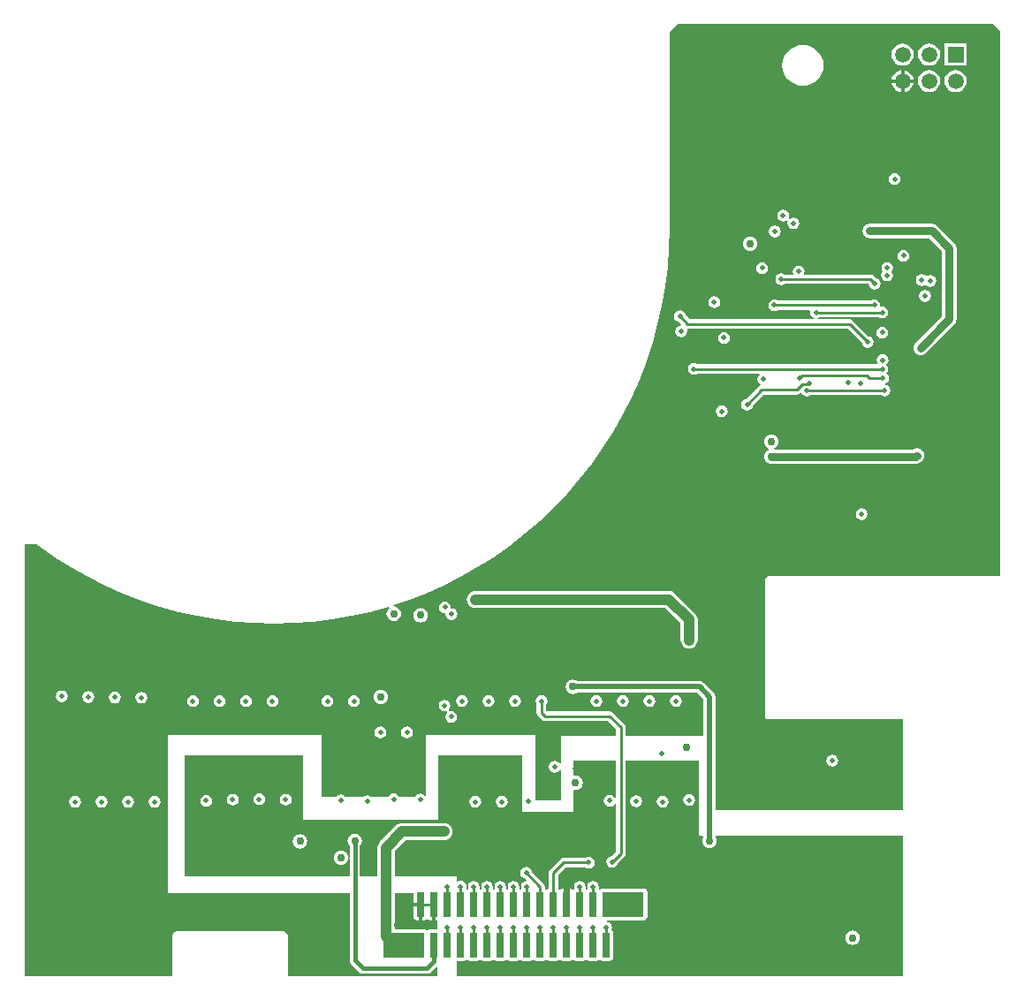
<source format=gbl>
%FSLAX25Y25*%
%MOIN*%
G70*
G01*
G75*
G04 Layer_Physical_Order=4*
G04 Layer_Color=16711680*
%ADD10R,0.07087X0.03937*%
%ADD11O,0.08465X0.02756*%
%ADD12R,0.05100X0.05100*%
%ADD13R,0.02559X0.06496*%
%ADD14R,0.05100X0.05100*%
%ADD15O,0.01102X0.07087*%
%ADD16O,0.07087X0.01102*%
%ADD17R,0.07480X0.09449*%
%ADD18R,0.10799X0.08500*%
%ADD19C,0.01102*%
%ADD20C,0.01000*%
%ADD21C,0.02362*%
%ADD22C,0.01500*%
%ADD23C,0.01200*%
%ADD24C,0.03000*%
%ADD25C,0.02000*%
%ADD26C,0.02500*%
%ADD27C,0.04000*%
%ADD28C,0.04331*%
%ADD29R,0.18600X0.07100*%
%ADD30R,0.10000X0.05300*%
%ADD31R,0.19700X0.10000*%
%ADD32C,0.05906*%
%ADD33R,0.05906X0.05906*%
%ADD34C,0.02000*%
%ADD35C,0.03000*%
G04:AMPARAMS|DCode=36|XSize=94.49mil|YSize=29.13mil|CornerRadius=0.73mil|HoleSize=0mil|Usage=FLASHONLY|Rotation=270.000|XOffset=0mil|YOffset=0mil|HoleType=Round|Shape=RoundedRectangle|*
%AMROUNDEDRECTD36*
21,1,0.09449,0.02768,0,0,270.0*
21,1,0.09303,0.02913,0,0,270.0*
1,1,0.00146,-0.01384,-0.04652*
1,1,0.00146,-0.01384,0.04652*
1,1,0.00146,0.01384,0.04652*
1,1,0.00146,0.01384,-0.04652*
%
%ADD36ROUNDEDRECTD36*%
%ADD37R,0.15700X0.09409*%
G36*
X-57900Y-294432D02*
X-58013Y-295000D01*
X-57900Y-295567D01*
Y-298830D01*
X-38600D01*
Y-290910D01*
X-38224Y-290581D01*
X-37900Y-290623D01*
X-37195Y-290530D01*
X-36538Y-290258D01*
X-35974Y-289826D01*
X-35542Y-289262D01*
X-35269Y-288605D01*
X-35177Y-287900D01*
X-35269Y-287195D01*
X-35542Y-286538D01*
X-35974Y-285974D01*
X-36538Y-285542D01*
X-37195Y-285269D01*
X-37900Y-285177D01*
X-38224Y-285219D01*
X-38600Y-284890D01*
Y-279609D01*
X-22585D01*
Y-293521D01*
X-23064Y-293666D01*
X-23433Y-293114D01*
X-24161Y-292628D01*
X-25019Y-292457D01*
X-25877Y-292628D01*
X-26605Y-293114D01*
X-27091Y-293842D01*
X-27262Y-294700D01*
X-27091Y-295558D01*
X-26605Y-296286D01*
X-25877Y-296772D01*
X-25019Y-296943D01*
X-24161Y-296772D01*
X-23433Y-296286D01*
X-23064Y-295734D01*
X-22585Y-295879D01*
Y-313760D01*
X-24452Y-315627D01*
X-24958Y-315728D01*
X-25686Y-316214D01*
X-26172Y-316942D01*
X-26343Y-317800D01*
X-26172Y-318658D01*
X-25686Y-319386D01*
X-24958Y-319872D01*
X-24100Y-320043D01*
X-23242Y-319872D01*
X-22514Y-319386D01*
X-22028Y-318658D01*
X-21927Y-318152D01*
X-19537Y-315762D01*
X-19150Y-315183D01*
X-19015Y-314500D01*
Y-279609D01*
X8500D01*
Y-307800D01*
Y-308022D01*
X10063D01*
X10284Y-308470D01*
X10280Y-308476D01*
X10007Y-309133D01*
X9915Y-309838D01*
X10007Y-310543D01*
X10280Y-311200D01*
X10712Y-311764D01*
X11276Y-312196D01*
X11933Y-312469D01*
X12638Y-312561D01*
X13343Y-312469D01*
X14000Y-312196D01*
X14564Y-311764D01*
X14997Y-311200D01*
X15269Y-310543D01*
X15361Y-309838D01*
X15269Y-309133D01*
X14997Y-308476D01*
X14881Y-308326D01*
Y-308022D01*
X85458D01*
Y-360726D01*
X-82700D01*
Y-355134D01*
X-79935D01*
X-79439Y-355035D01*
X-79017Y-354754D01*
Y-354754D01*
X-78620D01*
X-78199Y-355035D01*
X-77703Y-355134D01*
X-74935D01*
X-74439Y-355035D01*
X-74018Y-354754D01*
X-73620D01*
X-73199Y-355035D01*
X-72703Y-355134D01*
X-69935D01*
X-69438Y-355035D01*
X-69017Y-354754D01*
X-68621D01*
Y-354754D01*
X-68199Y-355035D01*
X-67703Y-355134D01*
X-64935D01*
X-64438Y-355035D01*
X-64017Y-354754D01*
X-63621D01*
Y-354754D01*
X-63200Y-355035D01*
X-62703Y-355134D01*
X-59935D01*
X-59439Y-355035D01*
X-59017Y-354754D01*
Y-354754D01*
X-58621D01*
X-58200Y-355035D01*
X-57703Y-355134D01*
X-54935D01*
X-54439Y-355035D01*
X-54017Y-354754D01*
Y-354754D01*
X-53620D01*
X-53199Y-355035D01*
X-52703Y-355134D01*
X-49935D01*
X-49439Y-355035D01*
X-49018Y-354754D01*
X-48621D01*
X-48199Y-355035D01*
X-47703Y-355134D01*
X-44935D01*
X-44438Y-355035D01*
X-44017Y-354754D01*
X-43620D01*
Y-354754D01*
X-43200Y-355035D01*
X-42703Y-355134D01*
X-39935D01*
X-39439Y-355035D01*
X-39018Y-354754D01*
X-38620D01*
Y-354754D01*
X-38199Y-355035D01*
X-37703Y-355134D01*
X-34935D01*
X-34438Y-355035D01*
X-34018Y-354754D01*
Y-354754D01*
X-33621D01*
X-33200Y-355035D01*
X-32703Y-355134D01*
X-29935D01*
X-29438Y-355035D01*
X-29017Y-354754D01*
Y-354754D01*
X-28620D01*
X-28199Y-355035D01*
X-27703Y-355134D01*
X-24935D01*
X-24439Y-355035D01*
X-24017Y-354754D01*
X-23736Y-354333D01*
X-23637Y-353836D01*
Y-344533D01*
X-23736Y-344036D01*
X-24017Y-343615D01*
X-24281Y-343439D01*
X-24228Y-343358D01*
X-24057Y-342500D01*
X-24228Y-341642D01*
X-24714Y-340914D01*
X-25442Y-340428D01*
X-26300Y-340257D01*
Y-340133D01*
X-25946Y-339779D01*
X-24935D01*
X-24727Y-339738D01*
X-12038D01*
X-11570Y-339645D01*
X-11173Y-339380D01*
X-10908Y-338983D01*
X-10814Y-338515D01*
Y-329106D01*
X-10908Y-328638D01*
X-11173Y-328240D01*
X-11570Y-327975D01*
X-12038Y-327882D01*
X-13184D01*
X-13238Y-327871D01*
X-13292Y-327882D01*
X-16784D01*
X-16838Y-327871D01*
X-16892Y-327882D01*
X-20384D01*
X-20438Y-327871D01*
X-20492Y-327882D01*
X-24928D01*
X-24935Y-327881D01*
X-27703D01*
X-27710Y-327882D01*
X-27738D01*
X-28206Y-327975D01*
X-28603Y-328240D01*
X-28614Y-328256D01*
X-28620Y-328261D01*
X-28885D01*
X-29202Y-327874D01*
X-29057Y-327146D01*
X-29228Y-326287D01*
X-29714Y-325559D01*
X-30442Y-325073D01*
X-31300Y-324903D01*
X-32158Y-325073D01*
X-32886Y-325559D01*
X-33372Y-326287D01*
X-33543Y-327146D01*
X-33398Y-327874D01*
X-33715Y-328261D01*
X-33885D01*
X-34202Y-327874D01*
X-34057Y-327146D01*
X-34228Y-326287D01*
X-34714Y-325560D01*
X-35442Y-325073D01*
X-36300Y-324903D01*
X-37158Y-325073D01*
X-37886Y-325560D01*
X-38372Y-326287D01*
X-38543Y-327146D01*
X-38398Y-327874D01*
X-38715Y-328261D01*
X-39018D01*
Y-328261D01*
X-39439Y-327980D01*
X-39935Y-327881D01*
X-40630D01*
Y-333831D01*
X-42008D01*
Y-327881D01*
X-42703D01*
X-43200Y-327980D01*
X-43620Y-328261D01*
Y-328261D01*
X-44017D01*
X-44438Y-327980D01*
X-44534Y-327961D01*
Y-324600D01*
Y-322759D01*
X-41560Y-319785D01*
X-34188D01*
X-33758Y-320072D01*
X-32900Y-320243D01*
X-32042Y-320072D01*
X-31314Y-319586D01*
X-30828Y-318858D01*
X-30657Y-318000D01*
X-30828Y-317142D01*
X-31314Y-316414D01*
X-32042Y-315928D01*
X-32900Y-315757D01*
X-33758Y-315928D01*
X-34188Y-316214D01*
X-42300D01*
X-42983Y-316350D01*
X-43562Y-316738D01*
X-47581Y-320756D01*
X-47969Y-321336D01*
X-48105Y-322019D01*
Y-324019D01*
Y-324600D01*
Y-327961D01*
X-48199Y-327980D01*
X-48621Y-328261D01*
X-49018D01*
X-49439Y-327980D01*
X-49534Y-327961D01*
Y-327081D01*
X-49669Y-326398D01*
X-50056Y-325818D01*
X-54327Y-321548D01*
X-54428Y-321042D01*
X-54914Y-320314D01*
X-55642Y-319828D01*
X-56500Y-319657D01*
X-57358Y-319828D01*
X-58086Y-320314D01*
X-58572Y-321042D01*
X-58743Y-321900D01*
X-58572Y-322758D01*
X-58086Y-323486D01*
X-57358Y-323972D01*
X-56852Y-324073D01*
X-56444Y-324482D01*
X-56589Y-324960D01*
X-57158Y-325073D01*
X-57886Y-325559D01*
X-58372Y-326287D01*
X-58543Y-327146D01*
X-58398Y-327874D01*
X-58715Y-328261D01*
X-58885D01*
X-59202Y-327874D01*
X-59057Y-327146D01*
X-59228Y-326287D01*
X-59714Y-325559D01*
X-60442Y-325073D01*
X-61300Y-324903D01*
X-62158Y-325073D01*
X-62886Y-325559D01*
X-63372Y-326287D01*
X-63543Y-327146D01*
X-63398Y-327874D01*
X-63715Y-328261D01*
X-63885D01*
X-64202Y-327874D01*
X-64057Y-327146D01*
X-64228Y-326287D01*
X-64714Y-325559D01*
X-65442Y-325073D01*
X-66300Y-324903D01*
X-67158Y-325073D01*
X-67886Y-325559D01*
X-68372Y-326287D01*
X-68543Y-327146D01*
X-68398Y-327874D01*
X-68715Y-328261D01*
X-68885D01*
X-69202Y-327874D01*
X-69057Y-327146D01*
X-69228Y-326287D01*
X-69714Y-325560D01*
X-70442Y-325073D01*
X-71300Y-324903D01*
X-72158Y-325073D01*
X-72886Y-325560D01*
X-73372Y-326287D01*
X-73543Y-327146D01*
X-73398Y-327874D01*
X-73715Y-328261D01*
X-73885D01*
X-74202Y-327874D01*
X-74057Y-327146D01*
X-74228Y-326287D01*
X-74714Y-325560D01*
X-75442Y-325073D01*
X-76300Y-324903D01*
X-77158Y-325073D01*
X-77886Y-325560D01*
X-78372Y-326287D01*
X-78543Y-327146D01*
X-78398Y-327874D01*
X-78715Y-328261D01*
X-78872D01*
X-79189Y-327874D01*
X-79038Y-327116D01*
X-79209Y-326257D01*
X-79695Y-325529D01*
X-80423Y-325043D01*
X-81281Y-324872D01*
X-82139Y-325043D01*
X-82259Y-325123D01*
X-82700Y-324887D01*
Y-323185D01*
Y-323116D01*
X-106172D01*
Y-313737D01*
X-101963Y-309528D01*
X-87500D01*
X-86665Y-309418D01*
X-85886Y-309095D01*
X-85218Y-308582D01*
X-84705Y-307914D01*
X-84382Y-307135D01*
X-84272Y-306300D01*
X-84382Y-305465D01*
X-84705Y-304686D01*
X-85218Y-304018D01*
X-85886Y-303505D01*
X-86665Y-303182D01*
X-87500Y-303072D01*
X-103300D01*
X-104135Y-303182D01*
X-104914Y-303505D01*
X-105582Y-304018D01*
X-111682Y-310118D01*
X-112195Y-310786D01*
X-112518Y-311565D01*
X-112628Y-312400D01*
Y-323116D01*
X-119212D01*
Y-311644D01*
X-118842Y-311162D01*
X-118570Y-310505D01*
X-118477Y-309800D01*
X-118570Y-309095D01*
X-118842Y-308438D01*
X-119274Y-307874D01*
X-119838Y-307442D01*
X-120495Y-307170D01*
X-121200Y-307077D01*
X-121905Y-307170D01*
X-122562Y-307442D01*
X-123126Y-307874D01*
X-123558Y-308438D01*
X-123830Y-309095D01*
X-123923Y-309800D01*
X-123830Y-310505D01*
X-123558Y-311162D01*
X-123188Y-311644D01*
Y-316188D01*
X-123687Y-316221D01*
X-123769Y-315595D01*
X-124042Y-314938D01*
X-124474Y-314374D01*
X-125038Y-313942D01*
X-125695Y-313669D01*
X-126400Y-313577D01*
X-127105Y-313669D01*
X-127762Y-313942D01*
X-128326Y-314374D01*
X-128758Y-314938D01*
X-129031Y-315595D01*
X-129123Y-316300D01*
X-129031Y-317005D01*
X-128758Y-317662D01*
X-128326Y-318226D01*
X-127762Y-318658D01*
X-127105Y-318931D01*
X-126400Y-319023D01*
X-125695Y-318931D01*
X-125038Y-318658D01*
X-124474Y-318226D01*
X-124042Y-317662D01*
X-123769Y-317005D01*
X-123687Y-316379D01*
X-123188Y-316412D01*
Y-323116D01*
X-185300D01*
Y-277500D01*
X-140600D01*
Y-286379D01*
Y-301806D01*
X-89600D01*
Y-282938D01*
Y-277500D01*
X-57900D01*
Y-294432D01*
D02*
G37*
G36*
X122203Y-4215D02*
Y-210022D01*
X35000D01*
X34434Y-210134D01*
X33955Y-210455D01*
X33634Y-210934D01*
X33522Y-211500D01*
Y-262500D01*
X33634Y-263066D01*
X33955Y-263545D01*
X34434Y-263866D01*
X35000Y-263978D01*
X85458D01*
Y-298338D01*
X14881D01*
Y-255538D01*
X14881Y-255538D01*
X14881Y-255538D01*
Y-255538D01*
X14881D01*
X14881Y-255538D01*
X14710Y-254680D01*
X14224Y-253952D01*
X10386Y-250114D01*
X9658Y-249628D01*
X8800Y-249457D01*
X-37388D01*
X-37538Y-249342D01*
X-38195Y-249069D01*
X-38900Y-248977D01*
X-39605Y-249069D01*
X-40262Y-249342D01*
X-40826Y-249774D01*
X-41258Y-250338D01*
X-41530Y-250995D01*
X-41623Y-251700D01*
X-41530Y-252405D01*
X-41258Y-253062D01*
X-40826Y-253626D01*
X-40262Y-254058D01*
X-39605Y-254330D01*
X-38900Y-254423D01*
X-38195Y-254330D01*
X-37538Y-254058D01*
X-37388Y-253943D01*
X7871D01*
X10395Y-256467D01*
Y-270338D01*
X-19015D01*
Y-267031D01*
X-19150Y-266348D01*
X-19537Y-265769D01*
X-23756Y-261549D01*
X-24336Y-261162D01*
X-25019Y-261027D01*
X-48648D01*
X-48984Y-260691D01*
Y-258416D01*
X-48697Y-257987D01*
X-48527Y-257129D01*
X-48697Y-256270D01*
X-49184Y-255542D01*
X-49911Y-255056D01*
X-50770Y-254886D01*
X-51628Y-255056D01*
X-52356Y-255542D01*
X-52842Y-256270D01*
X-53013Y-257129D01*
X-52842Y-257987D01*
X-52555Y-258416D01*
Y-261430D01*
X-52555Y-261430D01*
X-52555D01*
X-52419Y-262113D01*
X-52032Y-262693D01*
X-50651Y-264074D01*
X-50071Y-264462D01*
X-49388Y-264598D01*
X-25759D01*
X-22585Y-267771D01*
Y-270338D01*
X-43462D01*
Y-280533D01*
X-43940Y-280678D01*
X-44184Y-280314D01*
X-44911Y-279828D01*
X-45770Y-279657D01*
X-46628Y-279828D01*
X-47356Y-280314D01*
X-47842Y-281042D01*
X-48013Y-281900D01*
X-47842Y-282758D01*
X-47356Y-283486D01*
X-46628Y-283972D01*
X-45770Y-284143D01*
X-44911Y-283972D01*
X-44184Y-283486D01*
X-43940Y-283122D01*
X-43462Y-283267D01*
Y-285438D01*
Y-294438D01*
X-53162D01*
Y-284438D01*
Y-269938D01*
X-94362D01*
Y-285438D01*
Y-292609D01*
X-94841Y-292755D01*
X-94934Y-292614D01*
X-95662Y-292128D01*
X-96521Y-291957D01*
X-97379Y-292128D01*
X-98107Y-292614D01*
X-98457Y-293138D01*
X-104517D01*
X-104934Y-292514D01*
X-105662Y-292028D01*
X-106521Y-291857D01*
X-107379Y-292028D01*
X-108107Y-292514D01*
X-108524Y-293138D01*
X-115048D01*
X-115662Y-292728D01*
X-116521Y-292557D01*
X-117379Y-292728D01*
X-117993Y-293138D01*
X-124785D01*
X-124934Y-292914D01*
X-125662Y-292428D01*
X-126521Y-292257D01*
X-127379Y-292428D01*
X-128107Y-292914D01*
X-128256Y-293138D01*
X-133562D01*
Y-288238D01*
Y-269938D01*
X-191862D01*
Y-322138D01*
Y-329538D01*
X-123188D01*
Y-354900D01*
X-123037Y-355661D01*
X-122606Y-356306D01*
X-119606Y-359306D01*
X-119606Y-359306D01*
X-119606D01*
X-119606Y-359306D01*
X-119606D01*
X-119606Y-359306D01*
Y-359306D01*
Y-359306D01*
D01*
D01*
X-119606D01*
Y-359306D01*
X-118961Y-359737D01*
X-118200Y-359888D01*
X-93900D01*
X-93139Y-359737D01*
X-92494Y-359306D01*
X-90624Y-357436D01*
X-90162Y-357627D01*
Y-360726D01*
X-146522D01*
Y-345500D01*
X-146634Y-344934D01*
X-146955Y-344455D01*
X-147434Y-344134D01*
X-148000Y-344022D01*
X-188500D01*
X-189066Y-344134D01*
X-189545Y-344455D01*
X-189866Y-344934D01*
X-189978Y-345500D01*
Y-360726D01*
X-245841D01*
Y-197978D01*
X-241113D01*
X-240413Y-198525D01*
X-234429Y-202740D01*
X-228244Y-206656D01*
X-221876Y-210264D01*
X-215337Y-213555D01*
X-208646Y-216521D01*
X-201816Y-219155D01*
X-194866Y-221451D01*
X-187811Y-223404D01*
X-180669Y-225008D01*
X-173457Y-226259D01*
X-166192Y-227155D01*
X-158893Y-227693D01*
X-151575Y-227873D01*
X-144257Y-227693D01*
X-136957Y-227155D01*
X-129693Y-226259D01*
X-122480Y-225008D01*
X-115339Y-223404D01*
X-108293Y-221454D01*
X-108264Y-221513D01*
X-108122Y-221941D01*
X-108426Y-222174D01*
X-108858Y-222738D01*
X-109131Y-223395D01*
X-109223Y-224100D01*
X-109131Y-224805D01*
X-108858Y-225462D01*
X-108426Y-226026D01*
X-107862Y-226458D01*
X-107205Y-226730D01*
X-106500Y-226823D01*
X-105795Y-226730D01*
X-105138Y-226458D01*
X-104574Y-226026D01*
X-104142Y-225462D01*
X-103869Y-224805D01*
X-103777Y-224100D01*
X-103869Y-223395D01*
X-104142Y-222738D01*
X-104574Y-222174D01*
X-105138Y-221742D01*
X-105795Y-221469D01*
X-106500Y-221377D01*
X-106565Y-220883D01*
X-101334Y-219155D01*
X-94504Y-216521D01*
X-87812Y-213555D01*
X-81274Y-210264D01*
X-74905Y-206656D01*
X-68721Y-202740D01*
X-62737Y-198525D01*
X-56966Y-194021D01*
X-51423Y-189240D01*
X-46122Y-184193D01*
X-41075Y-178892D01*
X-36294Y-173349D01*
X-31790Y-167578D01*
X-27575Y-161594D01*
X-23659Y-155410D01*
X-20052Y-149041D01*
X-16760Y-142503D01*
X-13794Y-135811D01*
X-11160Y-128981D01*
X-8864Y-122031D01*
X-6911Y-114977D01*
X-5308Y-107835D01*
X-4056Y-100622D01*
X-3160Y-93358D01*
X-2622Y-86058D01*
X-2442Y-78740D01*
X-2459D01*
X-2459Y-78740D01*
Y-4549D01*
X612Y-1478D01*
X119466D01*
X122203Y-4215D01*
D02*
G37*
G36*
X-99001Y-333141D02*
X-96318D01*
Y-333829D01*
X-95630D01*
Y-339779D01*
X-94935D01*
X-94438Y-339681D01*
X-94017Y-339399D01*
Y-339399D01*
X-93621D01*
X-93199Y-339681D01*
X-92703Y-339779D01*
X-92008D01*
Y-333829D01*
X-90630D01*
Y-339779D01*
X-90162D01*
Y-343235D01*
X-92703D01*
X-93199Y-343334D01*
X-93621Y-343615D01*
X-94017D01*
X-94438Y-343334D01*
X-94935Y-343235D01*
X-97703D01*
X-97911Y-343277D01*
X-106172D01*
Y-329538D01*
X-99001D01*
Y-333141D01*
D02*
G37*
%LPC*%
G36*
X-152271Y-254886D02*
X-153130Y-255056D01*
X-153857Y-255542D01*
X-154344Y-256270D01*
X-154514Y-257129D01*
X-154344Y-257987D01*
X-153857Y-258715D01*
X-153130Y-259201D01*
X-152271Y-259372D01*
X-151413Y-259201D01*
X-150685Y-258715D01*
X-150199Y-257987D01*
X-150028Y-257129D01*
X-150199Y-256270D01*
X-150685Y-255542D01*
X-151413Y-255056D01*
X-152271Y-254886D01*
D02*
G37*
G36*
X-121521D02*
X-122379Y-255056D01*
X-123107Y-255542D01*
X-123593Y-256270D01*
X-123764Y-257129D01*
X-123593Y-257987D01*
X-123107Y-258715D01*
X-122379Y-259201D01*
X-121521Y-259372D01*
X-120662Y-259201D01*
X-119934Y-258715D01*
X-119448Y-257987D01*
X-119278Y-257129D01*
X-119448Y-256270D01*
X-119934Y-255542D01*
X-120662Y-255056D01*
X-121521Y-254886D01*
D02*
G37*
G36*
X-131521D02*
X-132379Y-255056D01*
X-133107Y-255542D01*
X-133593Y-256270D01*
X-133764Y-257129D01*
X-133593Y-257987D01*
X-133107Y-258715D01*
X-132379Y-259201D01*
X-131521Y-259372D01*
X-130662Y-259201D01*
X-129934Y-258715D01*
X-129448Y-257987D01*
X-129278Y-257129D01*
X-129448Y-256270D01*
X-129934Y-255542D01*
X-130662Y-255056D01*
X-131521Y-254886D01*
D02*
G37*
G36*
X-162271D02*
X-163130Y-255056D01*
X-163857Y-255542D01*
X-164344Y-256270D01*
X-164514Y-257129D01*
X-164344Y-257987D01*
X-163857Y-258715D01*
X-163130Y-259201D01*
X-162271Y-259372D01*
X-161413Y-259201D01*
X-160685Y-258715D01*
X-160199Y-257987D01*
X-160028Y-257129D01*
X-160199Y-256270D01*
X-160685Y-255542D01*
X-161413Y-255056D01*
X-162271Y-254886D01*
D02*
G37*
G36*
X-87300Y-256557D02*
X-88158Y-256728D01*
X-88886Y-257214D01*
X-89372Y-257942D01*
X-89543Y-258800D01*
X-89372Y-259658D01*
X-88886Y-260386D01*
X-88158Y-260872D01*
X-87300Y-261043D01*
X-86465Y-260877D01*
X-86274Y-261339D01*
X-86386Y-261414D01*
X-86872Y-262142D01*
X-87043Y-263000D01*
X-86872Y-263858D01*
X-86386Y-264586D01*
X-85658Y-265072D01*
X-84800Y-265243D01*
X-83942Y-265072D01*
X-83214Y-264586D01*
X-82728Y-263858D01*
X-82557Y-263000D01*
X-82728Y-262142D01*
X-83214Y-261414D01*
X-83942Y-260928D01*
X-84800Y-260757D01*
X-85635Y-260923D01*
X-85826Y-260461D01*
X-85714Y-260386D01*
X-85228Y-259658D01*
X-85057Y-258800D01*
X-85228Y-257942D01*
X-85714Y-257214D01*
X-86442Y-256728D01*
X-87300Y-256557D01*
D02*
G37*
G36*
X-101521Y-266666D02*
X-102379Y-266837D01*
X-103107Y-267323D01*
X-103593Y-268051D01*
X-103764Y-268909D01*
X-103593Y-269768D01*
X-103107Y-270496D01*
X-102379Y-270982D01*
X-101521Y-271152D01*
X-100662Y-270982D01*
X-99935Y-270496D01*
X-99448Y-269768D01*
X-99278Y-268909D01*
X-99448Y-268051D01*
X-99935Y-267323D01*
X-100662Y-266837D01*
X-101521Y-266666D01*
D02*
G37*
G36*
X-172271Y-254886D02*
X-173130Y-255056D01*
X-173857Y-255542D01*
X-174344Y-256270D01*
X-174514Y-257129D01*
X-174344Y-257987D01*
X-173857Y-258715D01*
X-173130Y-259201D01*
X-172271Y-259372D01*
X-171413Y-259201D01*
X-170685Y-258715D01*
X-170199Y-257987D01*
X-170028Y-257129D01*
X-170199Y-256270D01*
X-170685Y-255542D01*
X-171413Y-255056D01*
X-172271Y-254886D01*
D02*
G37*
G36*
X-182271D02*
X-183130Y-255056D01*
X-183857Y-255542D01*
X-184344Y-256270D01*
X-184514Y-257129D01*
X-184344Y-257987D01*
X-183857Y-258715D01*
X-183130Y-259201D01*
X-182271Y-259372D01*
X-181413Y-259201D01*
X-180685Y-258715D01*
X-180199Y-257987D01*
X-180028Y-257129D01*
X-180199Y-256270D01*
X-180685Y-255542D01*
X-181413Y-255056D01*
X-182271Y-254886D01*
D02*
G37*
G36*
X-10019D02*
X-10877Y-255056D01*
X-11605Y-255542D01*
X-12091Y-256270D01*
X-12262Y-257129D01*
X-12091Y-257987D01*
X-11605Y-258715D01*
X-10877Y-259201D01*
X-10019Y-259372D01*
X-9161Y-259201D01*
X-8433Y-258715D01*
X-7947Y-257987D01*
X-7776Y-257129D01*
X-7947Y-256270D01*
X-8433Y-255542D01*
X-9161Y-255056D01*
X-10019Y-254886D01*
D02*
G37*
G36*
X-20019D02*
X-20877Y-255056D01*
X-21605Y-255542D01*
X-22091Y-256270D01*
X-22262Y-257129D01*
X-22091Y-257987D01*
X-21605Y-258715D01*
X-20877Y-259201D01*
X-20019Y-259372D01*
X-19161Y-259201D01*
X-18433Y-258715D01*
X-17947Y-257987D01*
X-17776Y-257129D01*
X-17947Y-256270D01*
X-18433Y-255542D01*
X-19161Y-255056D01*
X-20019Y-254886D01*
D02*
G37*
G36*
X-111400Y-252877D02*
X-112105Y-252970D01*
X-112762Y-253242D01*
X-113326Y-253674D01*
X-113758Y-254238D01*
X-114031Y-254895D01*
X-114123Y-255600D01*
X-114031Y-256305D01*
X-113758Y-256962D01*
X-113326Y-257526D01*
X-112762Y-257958D01*
X-112105Y-258230D01*
X-111400Y-258323D01*
X-110695Y-258230D01*
X-110038Y-257958D01*
X-109474Y-257526D01*
X-109042Y-256962D01*
X-108770Y-256305D01*
X-108677Y-255600D01*
X-108770Y-254895D01*
X-109042Y-254238D01*
X-109474Y-253674D01*
X-110038Y-253242D01*
X-110695Y-252970D01*
X-111400Y-252877D01*
D02*
G37*
G36*
X-19Y-254886D02*
X-877Y-255056D01*
X-1605Y-255542D01*
X-2091Y-256270D01*
X-2262Y-257129D01*
X-2091Y-257987D01*
X-1605Y-258715D01*
X-877Y-259201D01*
X-19Y-259372D01*
X839Y-259201D01*
X1567Y-258715D01*
X2053Y-257987D01*
X2224Y-257129D01*
X2053Y-256270D01*
X1567Y-255542D01*
X839Y-255056D01*
X-19Y-254886D01*
D02*
G37*
G36*
X-70770D02*
X-71628Y-255056D01*
X-72356Y-255542D01*
X-72842Y-256270D01*
X-73013Y-257129D01*
X-72842Y-257987D01*
X-72356Y-258715D01*
X-71628Y-259201D01*
X-70770Y-259372D01*
X-69911Y-259201D01*
X-69184Y-258715D01*
X-68697Y-257987D01*
X-68527Y-257129D01*
X-68697Y-256270D01*
X-69184Y-255542D01*
X-69911Y-255056D01*
X-70770Y-254886D01*
D02*
G37*
G36*
X-80770D02*
X-81628Y-255056D01*
X-82356Y-255542D01*
X-82842Y-256270D01*
X-83013Y-257129D01*
X-82842Y-257987D01*
X-82356Y-258715D01*
X-81628Y-259201D01*
X-80770Y-259372D01*
X-79911Y-259201D01*
X-79184Y-258715D01*
X-78697Y-257987D01*
X-78527Y-257129D01*
X-78697Y-256270D01*
X-79184Y-255542D01*
X-79911Y-255056D01*
X-80770Y-254886D01*
D02*
G37*
G36*
X-30019D02*
X-30877Y-255056D01*
X-31605Y-255542D01*
X-32091Y-256270D01*
X-32262Y-257129D01*
X-32091Y-257987D01*
X-31605Y-258715D01*
X-30877Y-259201D01*
X-30019Y-259372D01*
X-29161Y-259201D01*
X-28433Y-258715D01*
X-27947Y-257987D01*
X-27776Y-257129D01*
X-27947Y-256270D01*
X-28433Y-255542D01*
X-29161Y-255056D01*
X-30019Y-254886D01*
D02*
G37*
G36*
X-60770D02*
X-61628Y-255056D01*
X-62356Y-255542D01*
X-62842Y-256270D01*
X-63013Y-257129D01*
X-62842Y-257987D01*
X-62356Y-258715D01*
X-61628Y-259201D01*
X-60770Y-259372D01*
X-59911Y-259201D01*
X-59184Y-258715D01*
X-58697Y-257987D01*
X-58527Y-257129D01*
X-58697Y-256270D01*
X-59184Y-255542D01*
X-59911Y-255056D01*
X-60770Y-254886D01*
D02*
G37*
G36*
X-111521Y-266666D02*
X-112379Y-266837D01*
X-113107Y-267323D01*
X-113593Y-268051D01*
X-113764Y-268909D01*
X-113593Y-269768D01*
X-113107Y-270496D01*
X-112379Y-270982D01*
X-111521Y-271152D01*
X-110662Y-270982D01*
X-109934Y-270496D01*
X-109448Y-269768D01*
X-109277Y-268909D01*
X-109448Y-268051D01*
X-109934Y-267323D01*
X-110662Y-266837D01*
X-111521Y-266666D01*
D02*
G37*
G36*
X-5019Y-292857D02*
X-5877Y-293028D01*
X-6605Y-293514D01*
X-7091Y-294242D01*
X-7262Y-295100D01*
X-7091Y-295958D01*
X-6605Y-296686D01*
X-5877Y-297172D01*
X-5019Y-297343D01*
X-4161Y-297172D01*
X-3433Y-296686D01*
X-2947Y-295958D01*
X-2776Y-295100D01*
X-2947Y-294242D01*
X-3433Y-293514D01*
X-4161Y-293028D01*
X-5019Y-292857D01*
D02*
G37*
G36*
X-65770D02*
X-66628Y-293028D01*
X-67356Y-293514D01*
X-67842Y-294242D01*
X-68013Y-295100D01*
X-67842Y-295958D01*
X-67356Y-296686D01*
X-66628Y-297172D01*
X-65770Y-297343D01*
X-64911Y-297172D01*
X-64184Y-296686D01*
X-63697Y-295958D01*
X-63527Y-295100D01*
X-63697Y-294242D01*
X-64184Y-293514D01*
X-64911Y-293028D01*
X-65770Y-292857D01*
D02*
G37*
G36*
X-216719Y-292838D02*
X-217577Y-293009D01*
X-218305Y-293495D01*
X-218791Y-294223D01*
X-218962Y-295081D01*
X-218791Y-295939D01*
X-218305Y-296667D01*
X-217577Y-297153D01*
X-216719Y-297324D01*
X-215861Y-297153D01*
X-215133Y-296667D01*
X-214647Y-295939D01*
X-214476Y-295081D01*
X-214647Y-294223D01*
X-215133Y-293495D01*
X-215861Y-293009D01*
X-216719Y-292838D01*
D02*
G37*
G36*
X-226719D02*
X-227577Y-293009D01*
X-228305Y-293495D01*
X-228791Y-294223D01*
X-228962Y-295081D01*
X-228791Y-295939D01*
X-228305Y-296667D01*
X-227577Y-297153D01*
X-226719Y-297324D01*
X-225861Y-297153D01*
X-225133Y-296667D01*
X-224647Y-295939D01*
X-224476Y-295081D01*
X-224647Y-294223D01*
X-225133Y-293495D01*
X-225861Y-293009D01*
X-226719Y-292838D01*
D02*
G37*
G36*
X-97008Y-334519D02*
X-99001D01*
Y-338482D01*
X-98902Y-338978D01*
X-98620Y-339399D01*
X-98199Y-339681D01*
X-97703Y-339779D01*
X-97008D01*
Y-334519D01*
D02*
G37*
G36*
X66607Y-343670D02*
X65902Y-343762D01*
X65245Y-344035D01*
X64681Y-344467D01*
X64249Y-345031D01*
X63977Y-345688D01*
X63884Y-346393D01*
X63977Y-347098D01*
X64249Y-347755D01*
X64681Y-348319D01*
X65245Y-348751D01*
X65902Y-349023D01*
X66607Y-349116D01*
X67312Y-349023D01*
X67969Y-348751D01*
X68533Y-348319D01*
X68966Y-347755D01*
X69238Y-347098D01*
X69330Y-346393D01*
X69238Y-345688D01*
X68966Y-345031D01*
X68533Y-344467D01*
X67969Y-344035D01*
X67312Y-343762D01*
X66607Y-343670D01*
D02*
G37*
G36*
X-75770Y-292857D02*
X-76628Y-293028D01*
X-77356Y-293514D01*
X-77842Y-294242D01*
X-78013Y-295100D01*
X-77842Y-295958D01*
X-77356Y-296686D01*
X-76628Y-297172D01*
X-75770Y-297343D01*
X-74911Y-297172D01*
X-74184Y-296686D01*
X-73697Y-295958D01*
X-73527Y-295100D01*
X-73697Y-294242D01*
X-74184Y-293514D01*
X-74911Y-293028D01*
X-75770Y-292857D01*
D02*
G37*
G36*
X-141862Y-307315D02*
X-142567Y-307407D01*
X-143224Y-307680D01*
X-143788Y-308112D01*
X-144220Y-308676D01*
X-144492Y-309333D01*
X-144585Y-310038D01*
X-144492Y-310743D01*
X-144220Y-311400D01*
X-143788Y-311964D01*
X-143224Y-312397D01*
X-142567Y-312668D01*
X-141862Y-312761D01*
X-141157Y-312668D01*
X-140500Y-312397D01*
X-139936Y-311964D01*
X-139504Y-311400D01*
X-139232Y-310743D01*
X-139139Y-310038D01*
X-139232Y-309333D01*
X-139504Y-308676D01*
X-139936Y-308112D01*
X-140500Y-307680D01*
X-141157Y-307407D01*
X-141862Y-307315D01*
D02*
G37*
G36*
X-206719Y-292838D02*
X-207577Y-293009D01*
X-208305Y-293495D01*
X-208791Y-294223D01*
X-208962Y-295081D01*
X-208791Y-295939D01*
X-208305Y-296667D01*
X-207577Y-297153D01*
X-206719Y-297324D01*
X-205861Y-297153D01*
X-205133Y-296667D01*
X-204647Y-295939D01*
X-204476Y-295081D01*
X-204647Y-294223D01*
X-205133Y-293495D01*
X-205861Y-293009D01*
X-206719Y-292838D01*
D02*
G37*
G36*
X-147271Y-292057D02*
X-148130Y-292228D01*
X-148857Y-292714D01*
X-149344Y-293442D01*
X-149514Y-294300D01*
X-149344Y-295158D01*
X-148857Y-295886D01*
X-148130Y-296372D01*
X-147271Y-296543D01*
X-146413Y-296372D01*
X-145685Y-295886D01*
X-145199Y-295158D01*
X-145028Y-294300D01*
X-145199Y-293442D01*
X-145685Y-292714D01*
X-146413Y-292228D01*
X-147271Y-292057D01*
D02*
G37*
G36*
X-167271D02*
X-168130Y-292228D01*
X-168857Y-292714D01*
X-169344Y-293442D01*
X-169514Y-294300D01*
X-169344Y-295158D01*
X-168857Y-295886D01*
X-168130Y-296372D01*
X-167271Y-296543D01*
X-166413Y-296372D01*
X-165685Y-295886D01*
X-165199Y-295158D01*
X-165028Y-294300D01*
X-165199Y-293442D01*
X-165685Y-292714D01*
X-166413Y-292228D01*
X-167271Y-292057D01*
D02*
G37*
G36*
X59000Y-277357D02*
X58142Y-277528D01*
X57414Y-278014D01*
X56928Y-278742D01*
X56757Y-279600D01*
X56928Y-280458D01*
X57414Y-281186D01*
X58142Y-281672D01*
X59000Y-281843D01*
X59858Y-281672D01*
X60586Y-281186D01*
X61072Y-280458D01*
X61243Y-279600D01*
X61072Y-278742D01*
X60586Y-278014D01*
X59858Y-277528D01*
X59000Y-277357D01*
D02*
G37*
G36*
X-157271Y-291857D02*
X-158130Y-292028D01*
X-158857Y-292514D01*
X-159344Y-293242D01*
X-159514Y-294100D01*
X-159344Y-294958D01*
X-158857Y-295686D01*
X-158130Y-296172D01*
X-157271Y-296343D01*
X-156413Y-296172D01*
X-155685Y-295686D01*
X-155199Y-294958D01*
X-155028Y-294100D01*
X-155199Y-293242D01*
X-155685Y-292514D01*
X-156413Y-292028D01*
X-157271Y-291857D01*
D02*
G37*
G36*
X-15019Y-292657D02*
X-15877Y-292828D01*
X-16605Y-293314D01*
X-17091Y-294042D01*
X-17262Y-294900D01*
X-17091Y-295758D01*
X-16605Y-296486D01*
X-15877Y-296972D01*
X-15019Y-297143D01*
X-14161Y-296972D01*
X-13433Y-296486D01*
X-12947Y-295758D01*
X-12776Y-294900D01*
X-12947Y-294042D01*
X-13433Y-293314D01*
X-14161Y-292828D01*
X-15019Y-292657D01*
D02*
G37*
G36*
X-196719Y-292838D02*
X-197577Y-293009D01*
X-198305Y-293495D01*
X-198791Y-294223D01*
X-198962Y-295081D01*
X-198791Y-295939D01*
X-198305Y-296667D01*
X-197577Y-297153D01*
X-196719Y-297324D01*
X-195861Y-297153D01*
X-195133Y-296667D01*
X-194647Y-295939D01*
X-194476Y-295081D01*
X-194647Y-294223D01*
X-195133Y-293495D01*
X-195861Y-293009D01*
X-196719Y-292838D01*
D02*
G37*
G36*
X4981Y-292157D02*
X4123Y-292328D01*
X3395Y-292814D01*
X2909Y-293542D01*
X2738Y-294400D01*
X2909Y-295258D01*
X3395Y-295986D01*
X4123Y-296472D01*
X4981Y-296643D01*
X5839Y-296472D01*
X6567Y-295986D01*
X7053Y-295258D01*
X7224Y-294400D01*
X7053Y-293542D01*
X6567Y-292814D01*
X5839Y-292328D01*
X4981Y-292157D01*
D02*
G37*
G36*
X-177271Y-292457D02*
X-178130Y-292628D01*
X-178857Y-293114D01*
X-179344Y-293842D01*
X-179514Y-294700D01*
X-179344Y-295558D01*
X-178857Y-296286D01*
X-178130Y-296772D01*
X-177271Y-296943D01*
X-176413Y-296772D01*
X-175685Y-296286D01*
X-175199Y-295558D01*
X-175028Y-294700D01*
X-175199Y-293842D01*
X-175685Y-293114D01*
X-176413Y-292628D01*
X-177271Y-292457D01*
D02*
G37*
G36*
X40400Y-71657D02*
X39542Y-71828D01*
X38814Y-72314D01*
X38328Y-73042D01*
X38157Y-73900D01*
X38328Y-74758D01*
X38814Y-75486D01*
X39542Y-75972D01*
X40400Y-76143D01*
X41258Y-75972D01*
X41853Y-75575D01*
X42206Y-75929D01*
X42198Y-75942D01*
X42027Y-76800D01*
X42198Y-77658D01*
X42684Y-78386D01*
X43412Y-78872D01*
X44270Y-79043D01*
X45128Y-78872D01*
X45856Y-78386D01*
X46342Y-77658D01*
X46513Y-76800D01*
X46342Y-75942D01*
X45856Y-75214D01*
X45128Y-74728D01*
X44270Y-74557D01*
X43412Y-74728D01*
X42817Y-75125D01*
X42464Y-74771D01*
X42472Y-74758D01*
X42643Y-73900D01*
X42472Y-73042D01*
X41986Y-72314D01*
X41258Y-71828D01*
X40400Y-71657D01*
D02*
G37*
G36*
X37300Y-77657D02*
X36442Y-77828D01*
X35714Y-78314D01*
X35228Y-79042D01*
X35057Y-79900D01*
X35228Y-80758D01*
X35714Y-81486D01*
X36442Y-81972D01*
X37300Y-82143D01*
X38158Y-81972D01*
X38886Y-81486D01*
X39372Y-80758D01*
X39543Y-79900D01*
X39372Y-79042D01*
X38886Y-78314D01*
X38158Y-77828D01*
X37300Y-77657D01*
D02*
G37*
G36*
X105481Y-18919D02*
X104397Y-19061D01*
X103387Y-19480D01*
X102519Y-20145D01*
X101854Y-21013D01*
X101435Y-22023D01*
X101293Y-23107D01*
X101435Y-24191D01*
X101854Y-25202D01*
X102519Y-26069D01*
X103387Y-26735D01*
X104397Y-27153D01*
X105481Y-27296D01*
X106565Y-27153D01*
X107575Y-26735D01*
X108443Y-26069D01*
X109108Y-25202D01*
X109527Y-24191D01*
X109670Y-23107D01*
X109527Y-22023D01*
X109108Y-21013D01*
X108443Y-20145D01*
X107575Y-19480D01*
X106565Y-19061D01*
X105481Y-18919D01*
D02*
G37*
G36*
X82500Y-57857D02*
X81642Y-58028D01*
X80914Y-58514D01*
X80428Y-59242D01*
X80257Y-60100D01*
X80428Y-60958D01*
X80914Y-61686D01*
X81642Y-62172D01*
X82500Y-62343D01*
X83358Y-62172D01*
X84086Y-61686D01*
X84572Y-60958D01*
X84743Y-60100D01*
X84572Y-59242D01*
X84086Y-58514D01*
X83358Y-58028D01*
X82500Y-57857D01*
D02*
G37*
G36*
X27900Y-81777D02*
X27195Y-81870D01*
X26538Y-82142D01*
X25974Y-82574D01*
X25542Y-83138D01*
X25269Y-83795D01*
X25177Y-84500D01*
X25269Y-85205D01*
X25542Y-85862D01*
X25974Y-86426D01*
X26538Y-86858D01*
X27195Y-87130D01*
X27900Y-87223D01*
X28605Y-87130D01*
X29262Y-86858D01*
X29826Y-86426D01*
X30258Y-85862D01*
X30531Y-85205D01*
X30623Y-84500D01*
X30531Y-83795D01*
X30258Y-83138D01*
X29826Y-82574D01*
X29262Y-82142D01*
X28605Y-81870D01*
X27900Y-81777D01*
D02*
G37*
G36*
X46300Y-92757D02*
X45442Y-92928D01*
X44714Y-93414D01*
X44228Y-94142D01*
X44057Y-95000D01*
X44202Y-95728D01*
X43885Y-96114D01*
X40988D01*
X40558Y-95828D01*
X39700Y-95657D01*
X38842Y-95828D01*
X38114Y-96314D01*
X37628Y-97042D01*
X37457Y-97900D01*
X37628Y-98758D01*
X38114Y-99486D01*
X38842Y-99972D01*
X39700Y-100143D01*
X40558Y-99972D01*
X40988Y-99686D01*
X72460D01*
X72727Y-99952D01*
X72828Y-100458D01*
X73314Y-101186D01*
X74042Y-101672D01*
X74900Y-101843D01*
X75758Y-101672D01*
X76486Y-101186D01*
X76972Y-100458D01*
X77143Y-99600D01*
X76972Y-98742D01*
X76486Y-98014D01*
X75758Y-97528D01*
X75252Y-97427D01*
X74462Y-96637D01*
X73883Y-96250D01*
X73200Y-96114D01*
X48715D01*
X48398Y-95728D01*
X48543Y-95000D01*
X48372Y-94142D01*
X47886Y-93414D01*
X47158Y-92928D01*
X46300Y-92757D01*
D02*
G37*
G36*
X79703Y-91423D02*
X78845Y-91593D01*
X78117Y-92080D01*
X77631Y-92807D01*
X77460Y-93666D01*
X77631Y-94524D01*
X77919Y-94956D01*
X77528Y-95542D01*
X77357Y-96400D01*
X77528Y-97258D01*
X78014Y-97986D01*
X78742Y-98472D01*
X79600Y-98643D01*
X80458Y-98472D01*
X81186Y-97986D01*
X81672Y-97258D01*
X81843Y-96400D01*
X81672Y-95542D01*
X81384Y-95110D01*
X81775Y-94524D01*
X81946Y-93666D01*
X81775Y-92807D01*
X81289Y-92080D01*
X80562Y-91593D01*
X79703Y-91423D01*
D02*
G37*
G36*
X85805Y-86759D02*
X84947Y-86930D01*
X84219Y-87416D01*
X83733Y-88144D01*
X83562Y-89002D01*
X83733Y-89861D01*
X84219Y-90588D01*
X84947Y-91075D01*
X85805Y-91246D01*
X86664Y-91075D01*
X87392Y-90588D01*
X87878Y-89861D01*
X88048Y-89002D01*
X87878Y-88144D01*
X87392Y-87416D01*
X86664Y-86930D01*
X85805Y-86759D01*
D02*
G37*
G36*
X32459Y-91423D02*
X31601Y-91593D01*
X30873Y-92080D01*
X30387Y-92807D01*
X30216Y-93666D01*
X30387Y-94524D01*
X30873Y-95252D01*
X31601Y-95738D01*
X32459Y-95909D01*
X33317Y-95738D01*
X34045Y-95252D01*
X34531Y-94524D01*
X34702Y-93666D01*
X34531Y-92807D01*
X34045Y-92080D01*
X33317Y-91593D01*
X32459Y-91423D01*
D02*
G37*
G36*
X95481Y-8919D02*
X94397Y-9061D01*
X93387Y-9480D01*
X92519Y-10146D01*
X91854Y-11013D01*
X91435Y-12023D01*
X91292Y-13107D01*
X91435Y-14191D01*
X91854Y-15202D01*
X92519Y-16069D01*
X93387Y-16735D01*
X94397Y-17153D01*
X95481Y-17296D01*
X96565Y-17153D01*
X97575Y-16735D01*
X98443Y-16069D01*
X99108Y-15202D01*
X99527Y-14191D01*
X99670Y-13107D01*
X99527Y-12023D01*
X99108Y-11013D01*
X98443Y-10146D01*
X97575Y-9480D01*
X96565Y-9061D01*
X95481Y-8919D01*
D02*
G37*
G36*
X86170Y-19009D02*
Y-22418D01*
X89579D01*
X89527Y-22023D01*
X89108Y-21013D01*
X88443Y-20145D01*
X87575Y-19480D01*
X86565Y-19061D01*
X86170Y-19009D01*
D02*
G37*
G36*
X109634Y-8954D02*
X101328D01*
Y-17260D01*
X109634D01*
Y-8954D01*
D02*
G37*
G36*
X85481Y-8919D02*
X84397Y-9061D01*
X83387Y-9480D01*
X82519Y-10146D01*
X81854Y-11013D01*
X81435Y-12023D01*
X81292Y-13107D01*
X81435Y-14191D01*
X81854Y-15202D01*
X82519Y-16069D01*
X83387Y-16735D01*
X84397Y-17153D01*
X85481Y-17296D01*
X86565Y-17153D01*
X87575Y-16735D01*
X88443Y-16069D01*
X89109Y-15202D01*
X89527Y-14191D01*
X89670Y-13107D01*
X89527Y-12023D01*
X89109Y-11013D01*
X88443Y-10146D01*
X87575Y-9480D01*
X86565Y-9061D01*
X85481Y-8919D01*
D02*
G37*
G36*
X84792Y-19009D02*
X84397Y-19061D01*
X83387Y-19480D01*
X82519Y-20145D01*
X81854Y-21013D01*
X81435Y-22023D01*
X81383Y-22418D01*
X84792D01*
Y-19009D01*
D02*
G37*
G36*
Y-23796D02*
X81383D01*
X81435Y-24191D01*
X81854Y-25202D01*
X82519Y-26069D01*
X83387Y-26735D01*
X84397Y-27153D01*
X84792Y-27205D01*
Y-23796D01*
D02*
G37*
G36*
X95481Y-18919D02*
X94397Y-19061D01*
X93387Y-19480D01*
X92519Y-20145D01*
X91854Y-21013D01*
X91435Y-22023D01*
X91292Y-23107D01*
X91435Y-24191D01*
X91854Y-25202D01*
X92519Y-26069D01*
X93387Y-26735D01*
X94397Y-27153D01*
X95481Y-27296D01*
X96565Y-27153D01*
X97575Y-26735D01*
X98443Y-26069D01*
X99108Y-25202D01*
X99527Y-24191D01*
X99670Y-23107D01*
X99527Y-22023D01*
X99108Y-21013D01*
X98443Y-20145D01*
X97575Y-19480D01*
X96565Y-19061D01*
X95481Y-18919D01*
D02*
G37*
G36*
X47846Y-9489D02*
X46338Y-9638D01*
X44887Y-10078D01*
X43550Y-10793D01*
X42378Y-11755D01*
X41416Y-12926D01*
X40702Y-14263D01*
X40262Y-15714D01*
X40113Y-17223D01*
X40262Y-18732D01*
X40702Y-20182D01*
X41416Y-21519D01*
X42378Y-22691D01*
X43550Y-23653D01*
X44887Y-24367D01*
X46338Y-24807D01*
X47846Y-24956D01*
X47895Y-24951D01*
X47945Y-24956D01*
X49453Y-24807D01*
X50904Y-24367D01*
X52241Y-23653D01*
X53413Y-22691D01*
X54375Y-21519D01*
X55089Y-20182D01*
X55529Y-18732D01*
X55678Y-17223D01*
X55529Y-15714D01*
X55089Y-14263D01*
X54375Y-12926D01*
X53413Y-11755D01*
X52241Y-10793D01*
X50904Y-10078D01*
X49453Y-9638D01*
X47945Y-9489D01*
X47896Y-9494D01*
X47846Y-9489D01*
D02*
G37*
G36*
X89579Y-23796D02*
X86170D01*
Y-27205D01*
X86565Y-27153D01*
X87575Y-26735D01*
X88443Y-26069D01*
X89108Y-25202D01*
X89527Y-24191D01*
X89579Y-23796D01*
D02*
G37*
G36*
X-87200Y-219457D02*
X-88058Y-219628D01*
X-88786Y-220114D01*
X-89272Y-220842D01*
X-89443Y-221700D01*
X-89272Y-222558D01*
X-88786Y-223286D01*
X-88058Y-223772D01*
X-87200Y-223943D01*
X-86927Y-224217D01*
X-86943Y-224300D01*
X-86772Y-225158D01*
X-86286Y-225886D01*
X-85558Y-226372D01*
X-84700Y-226543D01*
X-83842Y-226372D01*
X-83114Y-225886D01*
X-82628Y-225158D01*
X-82457Y-224300D01*
X-82628Y-223442D01*
X-83114Y-222714D01*
X-83842Y-222228D01*
X-84700Y-222057D01*
X-84974Y-221783D01*
X-84957Y-221700D01*
X-85128Y-220842D01*
X-85614Y-220114D01*
X-86342Y-219628D01*
X-87200Y-219457D01*
D02*
G37*
G36*
X-96400Y-221977D02*
X-97105Y-222070D01*
X-97762Y-222342D01*
X-98326Y-222774D01*
X-98759Y-223338D01*
X-99031Y-223995D01*
X-99123Y-224700D01*
X-99031Y-225405D01*
X-98759Y-226062D01*
X-98326Y-226626D01*
X-97762Y-227058D01*
X-97105Y-227330D01*
X-96400Y-227423D01*
X-95695Y-227330D01*
X-95038Y-227058D01*
X-94474Y-226626D01*
X-94042Y-226062D01*
X-93770Y-225405D01*
X-93677Y-224700D01*
X-93770Y-223995D01*
X-94042Y-223338D01*
X-94474Y-222774D01*
X-95038Y-222342D01*
X-95695Y-222070D01*
X-96400Y-221977D01*
D02*
G37*
G36*
X35900Y-156510D02*
X35195Y-156603D01*
X34538Y-156875D01*
X33974Y-157307D01*
X33542Y-157871D01*
X33270Y-158528D01*
X33177Y-159233D01*
X33270Y-159938D01*
X33542Y-160595D01*
X33974Y-161159D01*
X34538Y-161591D01*
X35082Y-161817D01*
Y-162317D01*
X34538Y-162542D01*
X33974Y-162974D01*
X33542Y-163538D01*
X33270Y-164195D01*
X33177Y-164900D01*
X33270Y-165605D01*
X33542Y-166262D01*
X33974Y-166826D01*
X34538Y-167258D01*
X35195Y-167531D01*
X35900Y-167623D01*
X90400D01*
X91105Y-167531D01*
X91762Y-167258D01*
X92326Y-166826D01*
X92826Y-166326D01*
X93259Y-165762D01*
X93530Y-165105D01*
X93623Y-164400D01*
X93530Y-163695D01*
X93259Y-163038D01*
X92826Y-162474D01*
X92262Y-162042D01*
X91605Y-161769D01*
X90900Y-161677D01*
X90195Y-161769D01*
X89538Y-162042D01*
X89362Y-162177D01*
X37130D01*
X37033Y-161686D01*
X37262Y-161591D01*
X37826Y-161159D01*
X38258Y-160595D01*
X38530Y-159938D01*
X38623Y-159233D01*
X38530Y-158528D01*
X38258Y-157871D01*
X37826Y-157307D01*
X37262Y-156875D01*
X36605Y-156603D01*
X35900Y-156510D01*
D02*
G37*
G36*
X70049Y-184306D02*
X69191Y-184477D01*
X68463Y-184963D01*
X67977Y-185691D01*
X67806Y-186549D01*
X67977Y-187408D01*
X68463Y-188135D01*
X69191Y-188621D01*
X70049Y-188792D01*
X70907Y-188621D01*
X71635Y-188135D01*
X72121Y-187408D01*
X72292Y-186549D01*
X72121Y-185691D01*
X71635Y-184963D01*
X70907Y-184477D01*
X70049Y-184306D01*
D02*
G37*
G36*
X-2596Y-215576D02*
X-75696D01*
X-76531Y-215686D01*
X-77310Y-216009D01*
X-77978Y-216522D01*
X-78491Y-217190D01*
X-78814Y-217969D01*
X-78924Y-218804D01*
X-78814Y-219639D01*
X-78491Y-220418D01*
X-77978Y-221086D01*
X-77310Y-221599D01*
X-76531Y-221921D01*
X-75696Y-222031D01*
X-3933D01*
X1753Y-227718D01*
Y-234081D01*
X1863Y-234916D01*
X2186Y-235695D01*
X2699Y-236363D01*
X3367Y-236876D01*
X4146Y-237199D01*
X4981Y-237309D01*
X5816Y-237199D01*
X6595Y-236876D01*
X7263Y-236363D01*
X7776Y-235695D01*
X8099Y-234916D01*
X8209Y-234081D01*
Y-226381D01*
X8099Y-225546D01*
X7776Y-224767D01*
X7263Y-224099D01*
X-314Y-216522D01*
X-982Y-216009D01*
X-1761Y-215686D01*
X-2596Y-215576D01*
D02*
G37*
G36*
X-211719Y-253457D02*
X-212577Y-253628D01*
X-213305Y-254114D01*
X-213791Y-254842D01*
X-213962Y-255700D01*
X-213791Y-256558D01*
X-213305Y-257286D01*
X-212577Y-257772D01*
X-211719Y-257943D01*
X-210861Y-257772D01*
X-210133Y-257286D01*
X-209647Y-256558D01*
X-209476Y-255700D01*
X-209647Y-254842D01*
X-210133Y-254114D01*
X-210861Y-253628D01*
X-211719Y-253457D01*
D02*
G37*
G36*
X-201719Y-253557D02*
X-202577Y-253728D01*
X-203305Y-254214D01*
X-203791Y-254942D01*
X-203962Y-255800D01*
X-203791Y-256658D01*
X-203305Y-257386D01*
X-202577Y-257872D01*
X-201719Y-258043D01*
X-200861Y-257872D01*
X-200133Y-257386D01*
X-199647Y-256658D01*
X-199476Y-255800D01*
X-199647Y-254942D01*
X-200133Y-254214D01*
X-200861Y-253728D01*
X-201719Y-253557D01*
D02*
G37*
G36*
X-231719Y-253057D02*
X-232577Y-253228D01*
X-233305Y-253714D01*
X-233791Y-254442D01*
X-233962Y-255300D01*
X-233791Y-256158D01*
X-233305Y-256886D01*
X-232577Y-257372D01*
X-231719Y-257543D01*
X-230861Y-257372D01*
X-230133Y-256886D01*
X-229647Y-256158D01*
X-229476Y-255300D01*
X-229647Y-254442D01*
X-230133Y-253714D01*
X-230861Y-253228D01*
X-231719Y-253057D01*
D02*
G37*
G36*
X-221719Y-253257D02*
X-222577Y-253428D01*
X-223305Y-253914D01*
X-223791Y-254642D01*
X-223962Y-255500D01*
X-223791Y-256358D01*
X-223305Y-257086D01*
X-222577Y-257572D01*
X-221719Y-257743D01*
X-220861Y-257572D01*
X-220133Y-257086D01*
X-219647Y-256358D01*
X-219476Y-255500D01*
X-219647Y-254642D01*
X-220133Y-253914D01*
X-220861Y-253428D01*
X-221719Y-253257D01*
D02*
G37*
G36*
X93972Y-101985D02*
X93114Y-102155D01*
X92386Y-102642D01*
X91900Y-103369D01*
X91729Y-104228D01*
X91900Y-105086D01*
X92386Y-105814D01*
X93114Y-106300D01*
X93972Y-106471D01*
X94831Y-106300D01*
X95558Y-105814D01*
X96045Y-105086D01*
X96215Y-104228D01*
X96045Y-103369D01*
X95558Y-102642D01*
X94831Y-102155D01*
X93972Y-101985D01*
D02*
G37*
G36*
X14400Y-104357D02*
X13542Y-104528D01*
X12814Y-105014D01*
X12328Y-105742D01*
X12157Y-106600D01*
X12328Y-107458D01*
X12814Y-108186D01*
X13542Y-108672D01*
X14400Y-108843D01*
X15258Y-108672D01*
X15986Y-108186D01*
X16472Y-107458D01*
X16643Y-106600D01*
X16472Y-105742D01*
X15986Y-105014D01*
X15258Y-104528D01*
X14400Y-104357D01*
D02*
G37*
G36*
X92700Y-95957D02*
X91842Y-96128D01*
X91114Y-96614D01*
X90628Y-97342D01*
X90457Y-98200D01*
X90628Y-99058D01*
X91114Y-99786D01*
X91842Y-100272D01*
X92700Y-100443D01*
X93558Y-100272D01*
X94167Y-99866D01*
X94314Y-100086D01*
X95042Y-100572D01*
X95900Y-100743D01*
X96758Y-100572D01*
X97486Y-100086D01*
X97972Y-99358D01*
X98143Y-98500D01*
X97972Y-97642D01*
X97486Y-96914D01*
X96758Y-96428D01*
X95900Y-96257D01*
X95042Y-96428D01*
X94433Y-96834D01*
X94286Y-96614D01*
X93558Y-96128D01*
X92700Y-95957D01*
D02*
G37*
G36*
X74800Y-105457D02*
X73942Y-105628D01*
X73512Y-105914D01*
X38388D01*
X37958Y-105628D01*
X37100Y-105457D01*
X36242Y-105628D01*
X35514Y-106114D01*
X35028Y-106842D01*
X34857Y-107700D01*
X35028Y-108558D01*
X35514Y-109286D01*
X36242Y-109772D01*
X37100Y-109943D01*
X37958Y-109772D01*
X38388Y-109485D01*
X50345D01*
X50662Y-109872D01*
X50557Y-110400D01*
X50728Y-111258D01*
X51214Y-111986D01*
X51942Y-112472D01*
X52166Y-112517D01*
X52117Y-113014D01*
X5140D01*
X3673Y-111548D01*
X3572Y-111042D01*
X3086Y-110314D01*
X2358Y-109828D01*
X1500Y-109657D01*
X642Y-109828D01*
X-86Y-110314D01*
X-572Y-111042D01*
X-743Y-111900D01*
X-572Y-112758D01*
X-86Y-113486D01*
X642Y-113972D01*
X1148Y-114073D01*
X1985Y-114910D01*
X1840Y-115389D01*
X1142Y-115528D01*
X414Y-116014D01*
X-72Y-116742D01*
X-243Y-117600D01*
X-72Y-118458D01*
X414Y-119186D01*
X1142Y-119672D01*
X2000Y-119843D01*
X2858Y-119672D01*
X3586Y-119186D01*
X4072Y-118458D01*
X4243Y-117600D01*
X4221Y-117487D01*
X4400Y-116586D01*
X64760D01*
X70127Y-121952D01*
X70228Y-122458D01*
X70714Y-123186D01*
X71442Y-123672D01*
X72300Y-123843D01*
X73158Y-123672D01*
X73886Y-123186D01*
X74372Y-122458D01*
X74543Y-121600D01*
X74372Y-120742D01*
X73886Y-120014D01*
X73158Y-119528D01*
X72652Y-119427D01*
X66763Y-113538D01*
X66183Y-113150D01*
X65500Y-113014D01*
X53483D01*
X53434Y-112517D01*
X53658Y-112472D01*
X54088Y-112186D01*
X76512D01*
X76942Y-112472D01*
X77800Y-112643D01*
X78658Y-112472D01*
X79386Y-111986D01*
X79872Y-111258D01*
X80043Y-110400D01*
X79872Y-109542D01*
X79386Y-108814D01*
X78658Y-108328D01*
X77800Y-108157D01*
X77359Y-108245D01*
X77005Y-107891D01*
X77043Y-107700D01*
X76872Y-106842D01*
X76386Y-106114D01*
X75658Y-105628D01*
X74800Y-105457D01*
D02*
G37*
G36*
X77800Y-115757D02*
X76942Y-115928D01*
X76214Y-116414D01*
X75728Y-117142D01*
X75557Y-118000D01*
X75728Y-118858D01*
X76214Y-119586D01*
X76942Y-120072D01*
X77800Y-120243D01*
X78658Y-120072D01*
X79386Y-119586D01*
X79872Y-118858D01*
X80043Y-118000D01*
X79872Y-117142D01*
X79386Y-116414D01*
X78658Y-115928D01*
X77800Y-115757D01*
D02*
G37*
G36*
X77900Y-126157D02*
X77042Y-126328D01*
X76314Y-126814D01*
X75828Y-127542D01*
X75657Y-128400D01*
X75828Y-129258D01*
X76025Y-129553D01*
X75789Y-129994D01*
X7988D01*
X7558Y-129707D01*
X6700Y-129536D01*
X5842Y-129707D01*
X5114Y-130193D01*
X4628Y-130921D01*
X4457Y-131780D01*
X4628Y-132638D01*
X5114Y-133366D01*
X5842Y-133852D01*
X6700Y-134023D01*
X7558Y-133852D01*
X7988Y-133565D01*
X31374D01*
X31519Y-134044D01*
X31414Y-134114D01*
X30928Y-134842D01*
X30757Y-135700D01*
X30928Y-136558D01*
X31414Y-137286D01*
X31822Y-137559D01*
X31724Y-138049D01*
X31717Y-138050D01*
X31137Y-138437D01*
X26448Y-143127D01*
X25942Y-143228D01*
X25214Y-143714D01*
X24728Y-144442D01*
X24557Y-145300D01*
X24728Y-146158D01*
X25214Y-146886D01*
X25942Y-147372D01*
X26800Y-147543D01*
X27658Y-147372D01*
X28386Y-146886D01*
X28872Y-146158D01*
X28973Y-145652D01*
X33140Y-141486D01*
X45460D01*
X46143Y-141350D01*
X46722Y-140963D01*
X46888Y-140797D01*
X47386Y-140846D01*
X47814Y-141486D01*
X48542Y-141972D01*
X49400Y-142143D01*
X50258Y-141972D01*
X50688Y-141685D01*
X77412D01*
X77842Y-141972D01*
X78700Y-142143D01*
X79558Y-141972D01*
X80286Y-141486D01*
X80772Y-140758D01*
X80943Y-139900D01*
X80772Y-139042D01*
X80286Y-138314D01*
X79558Y-137828D01*
X78700Y-137657D01*
X78957Y-137273D01*
X78958Y-137272D01*
X79686Y-136786D01*
X80172Y-136058D01*
X80343Y-135200D01*
X80172Y-134342D01*
X79686Y-133614D01*
X79386Y-133413D01*
Y-133366D01*
X79872Y-132638D01*
X80043Y-131780D01*
X79872Y-130921D01*
X79386Y-130193D01*
Y-130053D01*
X79486Y-129986D01*
X79972Y-129258D01*
X80143Y-128400D01*
X79972Y-127542D01*
X79486Y-126814D01*
X78758Y-126328D01*
X77900Y-126157D01*
D02*
G37*
G36*
X17232Y-145489D02*
X16373Y-145659D01*
X15646Y-146146D01*
X15159Y-146873D01*
X14989Y-147732D01*
X15159Y-148590D01*
X15646Y-149318D01*
X16373Y-149804D01*
X17232Y-149975D01*
X18090Y-149804D01*
X18818Y-149318D01*
X19304Y-148590D01*
X19475Y-147732D01*
X19304Y-146873D01*
X18818Y-146146D01*
X18090Y-145659D01*
X17232Y-145489D01*
D02*
G37*
G36*
X18100Y-117757D02*
X17242Y-117928D01*
X16514Y-118414D01*
X16028Y-119142D01*
X15857Y-120000D01*
X16028Y-120858D01*
X16514Y-121586D01*
X17242Y-122072D01*
X18100Y-122243D01*
X18958Y-122072D01*
X19686Y-121586D01*
X20172Y-120858D01*
X20343Y-120000D01*
X20172Y-119142D01*
X19686Y-118414D01*
X18958Y-117928D01*
X18100Y-117757D01*
D02*
G37*
G36*
X96700Y-76977D02*
X73100D01*
X72395Y-77069D01*
X71738Y-77342D01*
X71174Y-77774D01*
X70741Y-78338D01*
X70469Y-78995D01*
X70377Y-79700D01*
X70469Y-80405D01*
X70741Y-81062D01*
X71174Y-81626D01*
X71738Y-82059D01*
X72395Y-82331D01*
X73100Y-82423D01*
X95572D01*
X100377Y-87228D01*
Y-111885D01*
X90274Y-121987D01*
X89842Y-122551D01*
X89569Y-123208D01*
X89477Y-123913D01*
X89569Y-124618D01*
X89842Y-125275D01*
X90274Y-125838D01*
X90838Y-126271D01*
X91495Y-126543D01*
X92200Y-126636D01*
X92905Y-126543D01*
X93562Y-126271D01*
X94126Y-125838D01*
X105026Y-114938D01*
X105458Y-114374D01*
X105730Y-113718D01*
X105823Y-113013D01*
X105823Y-113013D01*
X105823Y-113013D01*
Y-113013D01*
Y-86100D01*
X105730Y-85395D01*
X105458Y-84738D01*
X105026Y-84174D01*
X98626Y-77774D01*
X98062Y-77342D01*
X97405Y-77069D01*
X96700Y-76977D01*
D02*
G37*
%LPD*%
D19*
X-86319Y-349184D02*
Y-342519D01*
X-81319Y-349184D02*
Y-342519D01*
X-76319Y-349184D02*
Y-342519D01*
X-71319Y-349184D02*
Y-342519D01*
X-66319Y-349184D02*
Y-342519D01*
X-61319Y-349184D02*
Y-342519D01*
X-56319Y-349184D02*
Y-342519D01*
X-51319Y-349184D02*
Y-342519D01*
X-46319Y-349184D02*
Y-342519D01*
X-41319Y-349184D02*
Y-342519D01*
X-36319Y-349184D02*
Y-342519D01*
X-86319Y-333830D02*
Y-327165D01*
X-81300Y-333800D02*
Y-327134D01*
X-76319Y-333830D02*
Y-327165D01*
X-71319Y-333830D02*
Y-327165D01*
X-66319Y-333830D02*
Y-327165D01*
X-61319Y-333830D02*
Y-327165D01*
X-56319Y-333830D02*
Y-327165D01*
X-51319Y-333830D02*
Y-327081D01*
X-56500Y-321900D02*
X-51319Y-327081D01*
X-31319Y-349184D02*
Y-342519D01*
X-26319Y-349184D02*
Y-342519D01*
X-36319Y-333830D02*
Y-327165D01*
X-31319Y-333830D02*
Y-327165D01*
X39700Y-97900D02*
X73200D01*
X74900Y-99600D01*
X37100Y-107700D02*
X74800D01*
X52800Y-110400D02*
X77800D01*
X6700Y-131780D02*
X77800D01*
X49400Y-139900D02*
X78700D01*
X46500Y-135200D02*
X47500Y-134200D01*
X72100D01*
X73100Y-135200D02*
X78100D01*
X72100Y-134200D02*
X73100Y-135200D01*
X49940Y-137460D02*
X50300Y-137100D01*
X47700Y-137460D02*
X49940D01*
X26800Y-145300D02*
X32400Y-139700D01*
X45460D01*
X47200Y-137960D01*
X47700Y-137460D01*
X1500Y-111900D02*
X4400Y-114800D01*
X65500D01*
X72300Y-121600D01*
X-25019Y-262812D02*
X-20800Y-267031D01*
X-49388Y-262812D02*
X-25019D01*
X-50770Y-261430D02*
Y-257129D01*
Y-261430D02*
X-49388Y-262812D01*
X-24100Y-317800D02*
X-20800Y-314500D01*
Y-267031D01*
X-42300Y-318000D02*
X-32900D01*
X-46319Y-333830D02*
Y-324600D01*
Y-324019D01*
Y-324600D02*
Y-322019D01*
X-42300Y-318000D01*
X-96319Y-333830D02*
X-91319D01*
X-96319Y-333830D02*
X-96319Y-333830D01*
D21*
X-41319D02*
Y-324119D01*
X-39400Y-322200D02*
X-29400D01*
X-41319Y-324119D02*
X-39400Y-322200D01*
D22*
X-93900Y-357900D02*
X-91319Y-355319D01*
X-118200Y-357900D02*
X-93900D01*
X-121200Y-354900D02*
X-118200Y-357900D01*
X-121200Y-354900D02*
Y-309800D01*
X-91319Y-355319D02*
Y-349184D01*
D24*
X35900Y-164900D02*
X90400D01*
X90900Y-164400D01*
X92200Y-123913D02*
X103100Y-113013D01*
X73100Y-79700D02*
X96700D01*
X103100Y-86100D01*
Y-113013D02*
Y-86100D01*
D25*
X-38900Y-251700D02*
X8800D01*
X12638Y-309838D02*
Y-255538D01*
X8800Y-251700D02*
X12638Y-255538D01*
D27*
X-75696Y-218804D02*
X-2596D01*
X4981Y-226381D01*
Y-234081D02*
Y-226381D01*
X-103300Y-306300D02*
X-87500D01*
X-109400Y-312400D02*
X-103300Y-306300D01*
X-109400Y-346000D02*
Y-312400D01*
D32*
X85481Y-23107D02*
D03*
X105481Y-23107D02*
D03*
X85481Y-13107D02*
D03*
X95481Y-23107D02*
D03*
X95481Y-13107D02*
D03*
D33*
X105481Y-13107D02*
D03*
D34*
X4981Y-294400D02*
D03*
X-5019Y-295100D02*
D03*
X-15019Y-294900D02*
D03*
X-25019Y-294700D02*
D03*
X-55770Y-295000D02*
D03*
X-65770Y-295100D02*
D03*
X-75770D02*
D03*
X-116521Y-294800D02*
D03*
X-126521Y-294500D02*
D03*
X-147271Y-294300D02*
D03*
X-157271Y-294100D02*
D03*
X-167271Y-294300D02*
D03*
X-196719Y-295081D02*
D03*
X-206719D02*
D03*
X-216719D02*
D03*
X-226719D02*
D03*
X-86300Y-342500D02*
D03*
X-81300Y-342500D02*
D03*
X-76300Y-342500D02*
D03*
X-71300D02*
D03*
X-66300Y-342500D02*
D03*
X-61300Y-342500D02*
D03*
X-56300Y-342500D02*
D03*
X-51300Y-342500D02*
D03*
X-46300D02*
D03*
X-41300Y-342500D02*
D03*
X-36300Y-342500D02*
D03*
X-111521Y-268909D02*
D03*
X-101521D02*
D03*
X-177271Y-294700D02*
D03*
X-86300Y-327146D02*
D03*
X-81281Y-327116D02*
D03*
X-76300Y-327146D02*
D03*
X-71300D02*
D03*
X-66300Y-327146D02*
D03*
X-61300D02*
D03*
X-56300D02*
D03*
X-56500Y-321900D02*
D03*
X-31300Y-342500D02*
D03*
X-26300Y-342500D02*
D03*
X-36300Y-327146D02*
D03*
X-31300Y-327146D02*
D03*
X-231719Y-255300D02*
D03*
X-221719Y-255500D02*
D03*
X-211719Y-255700D02*
D03*
X-201719Y-255800D02*
D03*
X-182271Y-257129D02*
D03*
X-172271D02*
D03*
X-162271D02*
D03*
X-152271D02*
D03*
X-131521D02*
D03*
X-121521D02*
D03*
X-80770D02*
D03*
X-70770D02*
D03*
X-60770D02*
D03*
X-50770D02*
D03*
X-30019D02*
D03*
X-20019D02*
D03*
X-10019D02*
D03*
X-19D02*
D03*
X44270Y-76800D02*
D03*
X37300Y-79900D02*
D03*
X40400Y-73900D02*
D03*
X32459Y-93666D02*
D03*
X79703D02*
D03*
X85805Y-89002D02*
D03*
X18100Y-120000D02*
D03*
X79600Y-96400D02*
D03*
X77800Y-118000D02*
D03*
X39700Y-97900D02*
D03*
X74900Y-99600D02*
D03*
X37100Y-107700D02*
D03*
X52800Y-110400D02*
D03*
X74800Y-107700D02*
D03*
X77800Y-110400D02*
D03*
Y-131780D02*
D03*
X77900Y-128400D02*
D03*
X78100Y-135200D02*
D03*
X6700Y-131780D02*
D03*
X46500Y-135200D02*
D03*
X78700Y-139900D02*
D03*
X49400D02*
D03*
X17232Y-147732D02*
D03*
X50300Y-137100D02*
D03*
X26800Y-145300D02*
D03*
X65100Y-137000D02*
D03*
X70049Y-186549D02*
D03*
X59000Y-279600D02*
D03*
X-32900Y-318000D02*
D03*
X-45770Y-281900D02*
D03*
X-96521Y-294200D02*
D03*
X-106521Y-294100D02*
D03*
X33000Y-135700D02*
D03*
X46300Y-95000D02*
D03*
X-84700Y-224300D02*
D03*
X-87200Y-221700D02*
D03*
X1500Y-111900D02*
D03*
X2000Y-117600D02*
D03*
X72300Y-121600D02*
D03*
X-24100Y-317800D02*
D03*
X92700Y-98200D02*
D03*
X95900Y-98500D02*
D03*
X93972Y-104228D02*
D03*
X82500Y-60100D02*
D03*
X-13238Y-330115D02*
D03*
X-87300Y-258800D02*
D03*
X-84800Y-263000D02*
D03*
X-16838Y-330115D02*
D03*
X-20438D02*
D03*
X-16838Y-333565D02*
D03*
X-13238Y-337015D02*
D03*
Y-333565D02*
D03*
X-20438D02*
D03*
X-16838Y-337015D02*
D03*
X-20438D02*
D03*
X92200Y-123913D02*
D03*
X90900Y-164400D02*
D03*
X73100Y-79700D02*
D03*
X14400Y-106600D02*
D03*
X-109100Y-352500D02*
D03*
X-105500D02*
D03*
X-109100Y-349050D02*
D03*
X-101900D02*
D03*
Y-352500D02*
D03*
X-105500Y-349050D02*
D03*
X-109100Y-345600D02*
D03*
X-105500D02*
D03*
X-101900D02*
D03*
X-101319Y-330700D02*
D03*
X86882Y-66800D02*
D03*
X35500Y-65800D02*
D03*
X40800D02*
D03*
X40100Y-69800D02*
D03*
X45200Y-68400D02*
D03*
X50600Y-73100D02*
D03*
X52000Y-78400D02*
D03*
X57000Y-80800D02*
D03*
X68500Y-79100D02*
D03*
X71500Y-76300D02*
D03*
X71800Y-70700D02*
D03*
X75600Y-66800D02*
D03*
X79500Y-66200D02*
D03*
X83900Y-85400D02*
D03*
X88400D02*
D03*
X19400Y-82800D02*
D03*
X95300Y-130700D02*
D03*
X102000Y-131000D02*
D03*
X92400Y-109100D02*
D03*
X98400Y-108600D02*
D03*
X18100Y-124500D02*
D03*
X18200Y-108900D02*
D03*
X84800Y-154000D02*
D03*
X84700Y-160200D02*
D03*
X97400Y-166500D02*
D03*
X96400Y-154600D02*
D03*
X97100Y-160100D02*
D03*
X62200Y-191600D02*
D03*
X72700Y-191800D02*
D03*
X47600Y-119400D02*
D03*
X47700Y-126500D02*
D03*
X67300Y-123900D02*
D03*
X72900Y-113900D02*
D03*
X72400Y-103300D02*
D03*
X50400Y-100900D02*
D03*
X33700Y-100100D02*
D03*
X69500Y-137100D02*
D03*
X76400Y-124500D02*
D03*
X-16100Y-343000D02*
D03*
X-16200Y-349500D02*
D03*
X-15300Y-354300D02*
D03*
X-1600Y-353200D02*
D03*
X1100Y-346100D02*
D03*
X1900Y-337600D02*
D03*
X18800Y-332700D02*
D03*
X22100Y-340100D02*
D03*
X72900Y-330800D02*
D03*
X48700Y-331400D02*
D03*
X51100Y-338200D02*
D03*
X38800Y-333200D02*
D03*
X56300Y-332800D02*
D03*
X42700Y-339200D02*
D03*
X78000D02*
D03*
X76400Y-345000D02*
D03*
X67500Y-354800D02*
D03*
X57500Y-356700D02*
D03*
X32700Y-350000D02*
D03*
X34900Y-354100D02*
D03*
X41800Y-359000D02*
D03*
X48400Y-358600D02*
D03*
X42700Y-276100D02*
D03*
X50000Y-275700D02*
D03*
X57300Y-275600D02*
D03*
X42600Y-283300D02*
D03*
X50100Y-282700D02*
D03*
X55500Y-282900D02*
D03*
X62800Y-282600D02*
D03*
X69400Y-283800D02*
D03*
X73400Y-273900D02*
D03*
X67900Y-269100D02*
D03*
X58400Y-268700D02*
D03*
X25400Y-268000D02*
D03*
X33700Y-269200D02*
D03*
X39200Y-270100D02*
D03*
X38100Y-275400D02*
D03*
X25400Y-285400D02*
D03*
X32000Y-285300D02*
D03*
X-11500Y-280800D02*
D03*
X-5400Y-277000D02*
D03*
X3100Y-281700D02*
D03*
X-34700Y-292100D02*
D03*
X-38000Y-282400D02*
D03*
X-82500Y-302400D02*
D03*
X-180800Y-331300D02*
D03*
X-162800Y-330900D02*
D03*
X-152800Y-330800D02*
D03*
X-138400Y-331000D02*
D03*
X-126300Y-343300D02*
D03*
X-226800Y-255400D02*
D03*
X-216000D02*
D03*
X-206100Y-255300D02*
D03*
X-188500Y-255600D02*
D03*
X-136800Y-252000D02*
D03*
X-140200Y-255300D02*
D03*
X-102500Y-256100D02*
D03*
X-91400Y-255400D02*
D03*
X-39300Y-256500D02*
D03*
X-239200Y-319100D02*
D03*
X-237400Y-330700D02*
D03*
X-228600Y-342100D02*
D03*
X-223100Y-347100D02*
D03*
X-209300Y-351400D02*
D03*
X-197900Y-349600D02*
D03*
X-196900Y-355100D02*
D03*
X-219600Y-355200D02*
D03*
X-229900Y-352900D02*
D03*
X-236800Y-340900D02*
D03*
X-229500Y-333300D02*
D03*
X-223300Y-340700D02*
D03*
X-211800Y-357500D02*
D03*
X-203200Y-357300D02*
D03*
X-192600Y-350600D02*
D03*
X-192700Y-357700D02*
D03*
X-222700Y-318700D02*
D03*
X-220300Y-329700D02*
D03*
X-213400Y-337500D02*
D03*
X-212100Y-322100D02*
D03*
X-202800Y-322900D02*
D03*
X-143900Y-345400D02*
D03*
X-136700Y-345500D02*
D03*
X-131100Y-349400D02*
D03*
X-126000Y-355100D02*
D03*
X-243300Y-205600D02*
D03*
X-243000Y-211700D02*
D03*
X-242900Y-217800D02*
D03*
Y-224300D02*
D03*
X-242700Y-230600D02*
D03*
Y-236700D02*
D03*
X-242400Y-243300D02*
D03*
X-242200Y-249700D02*
D03*
X-243000Y-254300D02*
D03*
X-243300Y-260400D02*
D03*
X-243100Y-265100D02*
D03*
X-242700Y-270800D02*
D03*
X-243400Y-276500D02*
D03*
X-242900Y-283100D02*
D03*
X-243500Y-290600D02*
D03*
X-243700Y-298200D02*
D03*
X-242800Y-306700D02*
D03*
X-243500Y-312300D02*
D03*
X-243700Y-319400D02*
D03*
Y-324900D02*
D03*
X-244400Y-331200D02*
D03*
X-243800Y-335200D02*
D03*
Y-340700D02*
D03*
X-244000Y-346000D02*
D03*
X-243700Y-352600D02*
D03*
X-243800Y-358000D02*
D03*
X-237500Y-358100D02*
D03*
X-233200Y-358200D02*
D03*
X-228200Y-357900D02*
D03*
X-221800Y-358400D02*
D03*
X-217200Y-358300D02*
D03*
X-239000Y-202700D02*
D03*
X-234500Y-205600D02*
D03*
X-230200Y-208600D02*
D03*
X-225200Y-211100D02*
D03*
X-220600Y-214100D02*
D03*
X-215300Y-216100D02*
D03*
X-209400Y-218700D02*
D03*
X-205100Y-220500D02*
D03*
X-198700Y-222500D02*
D03*
X-188200Y-224800D02*
D03*
X-234600Y-214700D02*
D03*
X-234300Y-219600D02*
D03*
X-237300Y-226600D02*
D03*
X-227400Y-224700D02*
D03*
X-224600Y-218800D02*
D03*
X-214300Y-224200D02*
D03*
X-192200Y-249800D02*
D03*
X-91200Y-226100D02*
D03*
X-101600Y-227200D02*
D03*
X-118106Y-226619D02*
D03*
X-75800Y-211300D02*
D03*
X-65500Y-206600D02*
D03*
X-69700Y-210100D02*
D03*
X-60400Y-200800D02*
D03*
X-54900Y-196100D02*
D03*
X-48500Y-191500D02*
D03*
X-43400Y-186500D02*
D03*
X-37900Y-180400D02*
D03*
X-32600Y-174800D02*
D03*
X-27900Y-168500D02*
D03*
X-23400Y-161200D02*
D03*
X-19200Y-153000D02*
D03*
X-14200Y-145900D02*
D03*
X-10600Y-138200D02*
D03*
X-8900Y-126700D02*
D03*
X-6400Y-130300D02*
D03*
X-8200Y-143000D02*
D03*
X-11000Y-150600D02*
D03*
X-17500Y-158500D02*
D03*
X-3700Y-110700D02*
D03*
X-1900Y-103700D02*
D03*
X-1000Y-97500D02*
D03*
X-800Y-90400D02*
D03*
X-500Y-82900D02*
D03*
X-300Y-75200D02*
D03*
X-500Y-67900D02*
D03*
X-200Y-60000D02*
D03*
X-500Y-50800D02*
D03*
X-1000Y-41500D02*
D03*
X-800Y-33900D02*
D03*
X-1400Y-26800D02*
D03*
X-1100Y-19400D02*
D03*
X-700Y-10900D02*
D03*
X400Y-4600D02*
D03*
X7100Y-3200D02*
D03*
X13600Y-3500D02*
D03*
X18600Y-3600D02*
D03*
X22400Y-3700D02*
D03*
X28500Y-3400D02*
D03*
X34700Y-3800D02*
D03*
X6800Y-8900D02*
D03*
X5200Y-20600D02*
D03*
X4000Y-35800D02*
D03*
X5700Y-50900D02*
D03*
X11600Y-40000D02*
D03*
X10700Y-26900D02*
D03*
X13500Y-13500D02*
D03*
X18400Y-28500D02*
D03*
X23300Y-42000D02*
D03*
X21000Y-47700D02*
D03*
X19600Y-54900D02*
D03*
X19200Y-65400D02*
D03*
X23200Y-70300D02*
D03*
X34700Y-70600D02*
D03*
X8200Y-63600D02*
D03*
X36800Y-33800D02*
D03*
X43800Y-37900D02*
D03*
X49300Y-44200D02*
D03*
X48200Y-48800D02*
D03*
X56900Y-48100D02*
D03*
X63300Y-42300D02*
D03*
X63100Y-34000D02*
D03*
X53300Y-34600D02*
D03*
X56800Y-41200D02*
D03*
X68900Y-35500D02*
D03*
X71200Y-41700D02*
D03*
X66200Y-48000D02*
D03*
X71300D02*
D03*
X67300Y-27100D02*
D03*
X67900Y-16800D02*
D03*
X66200Y-6400D02*
D03*
X75200Y-5800D02*
D03*
X73800Y-15500D02*
D03*
X72900Y-28300D02*
D03*
X75200Y-35900D02*
D03*
X80300Y-3600D02*
D03*
X68800Y-2400D02*
D03*
X86600Y-3000D02*
D03*
X94900Y-3100D02*
D03*
X101000Y-3000D02*
D03*
X108100Y-3300D02*
D03*
X114300Y-3700D02*
D03*
X119200Y-3800D02*
D03*
X118100Y-9100D02*
D03*
X118900Y-17400D02*
D03*
X118600Y-23800D02*
D03*
X118900Y-33100D02*
D03*
X119800Y-42300D02*
D03*
X114600Y-35800D02*
D03*
X113400Y-29900D02*
D03*
X118300Y-28500D02*
D03*
X119900Y-38100D02*
D03*
X119300Y-51100D02*
D03*
X111700Y-46400D02*
D03*
X116000Y-40900D02*
D03*
X117200Y-47900D02*
D03*
X115400Y-61500D02*
D03*
X116700Y-70600D02*
D03*
X118300Y-81900D02*
D03*
X116400Y-94600D02*
D03*
Y-101700D02*
D03*
X118100Y-110700D02*
D03*
X119500Y-93500D02*
D03*
X118300Y-88000D02*
D03*
X119300Y-72800D02*
D03*
X119800Y-62200D02*
D03*
X119000Y-55200D02*
D03*
X110500Y-52300D02*
D03*
X111400Y-64400D02*
D03*
X119900Y-100500D02*
D03*
X120100Y-105200D02*
D03*
X120300Y-114100D02*
D03*
Y-120900D02*
D03*
X119900Y-125800D02*
D03*
Y-131100D02*
D03*
X120100Y-136000D02*
D03*
Y-143000D02*
D03*
Y-147900D02*
D03*
X120300Y-154300D02*
D03*
X119800Y-160700D02*
D03*
X119600Y-168700D02*
D03*
X119800Y-176200D02*
D03*
X119600Y-182400D02*
D03*
X119900Y-187900D02*
D03*
X118800Y-196400D02*
D03*
X119200Y-203700D02*
D03*
X118800Y-207400D02*
D03*
X111400Y-207600D02*
D03*
X102400D02*
D03*
X88700D02*
D03*
X78000Y-207700D02*
D03*
X69900Y-207900D02*
D03*
X59400Y-208100D02*
D03*
X49100Y-207600D02*
D03*
X29400Y-222200D02*
D03*
X27100Y-232900D02*
D03*
Y-247000D02*
D03*
X26200Y-257000D02*
D03*
X30000Y-252800D02*
D03*
X28700Y-237500D02*
D03*
X80300Y-270300D02*
D03*
X81300Y-277800D02*
D03*
X81800Y-286000D02*
D03*
X80900Y-294000D02*
D03*
X69800Y-296600D02*
D03*
X64500Y-291900D02*
D03*
X18500Y-292200D02*
D03*
X25600Y-293900D02*
D03*
X44200D02*
D03*
X53200Y-293700D02*
D03*
X83100Y-311800D02*
D03*
X82600Y-316800D02*
D03*
X82100Y-323500D02*
D03*
Y-330900D02*
D03*
X81300Y-336200D02*
D03*
Y-345300D02*
D03*
X81800Y-352200D02*
D03*
Y-357000D02*
D03*
X76300Y-358200D02*
D03*
Y-353700D02*
D03*
X2700Y-358900D02*
D03*
X12400Y-358400D02*
D03*
X23700Y-358900D02*
D03*
X32500Y-359900D02*
D03*
X44800Y-314700D02*
D03*
X54600Y-320400D02*
D03*
X42600Y-321400D02*
D03*
X18200Y-315500D02*
D03*
X29800Y-321200D02*
D03*
X27500Y-315500D02*
D03*
X40300Y-329500D02*
D03*
X47600Y-325700D02*
D03*
X54900Y-327300D02*
D03*
X52900Y-313300D02*
D03*
X69300Y-314900D02*
D03*
X76700Y-313000D02*
D03*
X76400Y-320100D02*
D03*
X66700Y-326000D02*
D03*
X64400Y-320200D02*
D03*
X64100Y-311300D02*
D03*
X72100Y-323200D02*
D03*
X6700Y-341400D02*
D03*
X9600Y-349000D02*
D03*
X17400Y-353300D02*
D03*
X26000Y-352100D02*
D03*
X-80200Y-359000D02*
D03*
X-74700D02*
D03*
X-67800D02*
D03*
X-61300D02*
D03*
X-55100Y-359300D02*
D03*
X-48300Y-358900D02*
D03*
X-40200Y-358500D02*
D03*
X-29600Y-359100D02*
D03*
X-20200Y-358800D02*
D03*
X-35900Y-358700D02*
D03*
X-11200Y-358500D02*
D03*
X-3100Y-358600D02*
D03*
X-8200Y-353600D02*
D03*
X107500Y-138800D02*
D03*
X106700Y-151500D02*
D03*
X108300Y-163300D02*
D03*
X106700Y-180500D02*
D03*
X108300Y-192400D02*
D03*
X83800Y-199600D02*
D03*
X97200Y-191200D02*
D03*
X99100Y-200000D02*
D03*
X63500Y-121900D02*
D03*
X109700Y-76300D02*
D03*
X110500Y-82600D02*
D03*
X112000Y-91500D02*
D03*
X109600Y-108800D02*
D03*
X-49800Y-269600D02*
D03*
X-89400Y-266100D02*
D03*
X-36200Y-268100D02*
D03*
X-5500Y-268700D02*
D03*
X-13700Y-268800D02*
D03*
X-129900Y-271800D02*
D03*
X-129300Y-278300D02*
D03*
X-116500Y-276200D02*
D03*
X-108900Y-276000D02*
D03*
X-103800D02*
D03*
X-99300Y-276200D02*
D03*
X-228600Y-272100D02*
D03*
X-221700Y-272900D02*
D03*
X-211400Y-273200D02*
D03*
X-203000Y-272700D02*
D03*
X-200200Y-275600D02*
D03*
X-202400Y-279400D02*
D03*
X-214100Y-279200D02*
D03*
X-225400Y-278500D02*
D03*
X-230900Y-279400D02*
D03*
X-219800Y-277000D02*
D03*
X-178000Y-281400D02*
D03*
X-166100Y-281100D02*
D03*
X-155200D02*
D03*
X-146400D02*
D03*
X-160000Y-281400D02*
D03*
X-173400Y-280200D02*
D03*
X-142700Y-287500D02*
D03*
X-182300Y-317200D02*
D03*
X-172500Y-318400D02*
D03*
X-159700Y-317900D02*
D03*
X-147900Y-318300D02*
D03*
X-137300Y-315100D02*
D03*
X-81200Y-280600D02*
D03*
X-74500Y-280700D02*
D03*
X-67300Y-281000D02*
D03*
X-61100Y-280900D02*
D03*
X-86700Y-284600D02*
D03*
X-28500Y-281600D02*
D03*
D35*
X12638Y-309838D02*
D03*
X-96400Y-224700D02*
D03*
X-38900Y-251700D02*
D03*
X-75696Y-218804D02*
D03*
X-106500Y-224100D02*
D03*
X4981Y-234081D02*
D03*
X-87500Y-306300D02*
D03*
X66607Y-346393D02*
D03*
X35900Y-159233D02*
D03*
Y-164900D02*
D03*
X27900Y-84500D02*
D03*
X-111400Y-255600D02*
D03*
X-121200Y-309800D02*
D03*
X-141862Y-310038D02*
D03*
X-126400Y-316300D02*
D03*
X4000Y-274500D02*
D03*
X-29400Y-322200D02*
D03*
X-240100Y-349000D02*
D03*
X-37900Y-287900D02*
D03*
X-92900Y-341800D02*
D03*
X-99100Y-341700D02*
D03*
X-105000Y-341600D02*
D03*
D36*
X-96319Y-349184D02*
D03*
X-91319D02*
D03*
X-86319Y-349184D02*
D03*
X-81319Y-349184D02*
D03*
X-76319Y-349184D02*
D03*
X-71319D02*
D03*
X-66319Y-349184D02*
D03*
X-61319Y-349184D02*
D03*
X-56319Y-349184D02*
D03*
X-51319Y-349184D02*
D03*
X-46319D02*
D03*
X-41319Y-349184D02*
D03*
X-36319Y-349184D02*
D03*
X-31319Y-349184D02*
D03*
X-26319Y-349184D02*
D03*
X-96319Y-333830D02*
D03*
X-91319Y-333830D02*
D03*
X-86319Y-333830D02*
D03*
X-81319Y-333830D02*
D03*
X-76319Y-333830D02*
D03*
X-71319D02*
D03*
X-66319Y-333830D02*
D03*
X-61319D02*
D03*
X-56319D02*
D03*
X-51319Y-333830D02*
D03*
X-46319D02*
D03*
X-41319Y-333830D02*
D03*
X-36319Y-333830D02*
D03*
X-31319Y-333830D02*
D03*
X-26319Y-333830D02*
D03*
D37*
X-102750Y-349204D02*
D03*
X-19888Y-333810D02*
D03*
M02*

</source>
